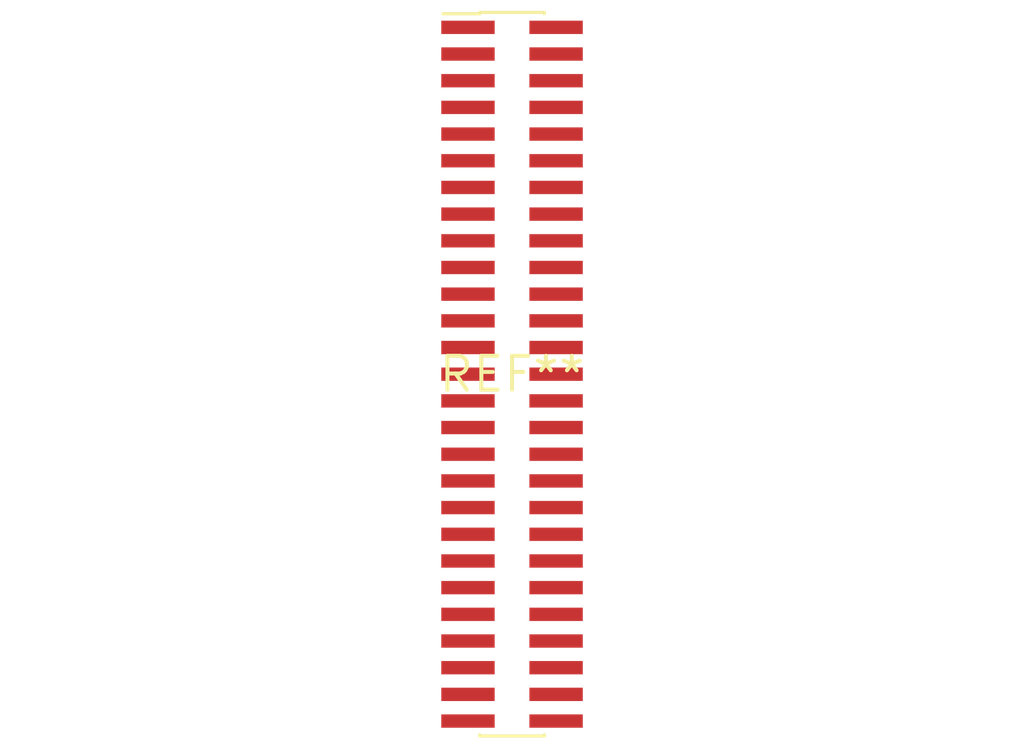
<source format=kicad_pcb>
(kicad_pcb (version 20240108) (generator pcbnew)
  (layers (0 "F.Cu" signal) (31 "B.Cu" signal) (34 "B.Paste" user) (35 "F.Paste" user) (36 "B.SilkS" user "B.Silkscreen") (37 "F.SilkS" user "F.Silkscreen") (38 "B.Mask" user) (39 "F.Mask" user) (44 "Edge.Cuts" user))
  (net 0 "")
  (footprint "PinHeader_2x27_P1.00mm_Vertical_SMD" (layer "F.Cu") (at 0 0)
    (property "Reference" "REF**")
    (property "Value" "PinHeader_2x27_P1.00mm_Vertical_SMD")
    (fp_line (start -2.59 -13.51) (end -1.21 -13.51) (layer "F.SilkS") (stroke (width 0.12)))
    (fp_line (start -1.21 -13.56) (end -1.21 -13.51) (layer "F.SilkS") (stroke (width 0.12)))
    (fp_line (start -1.21 -13.56) (end 1.21 -13.56) (layer "F.SilkS") (stroke (width 0.12)))
    (fp_line (start -1.21 13.51) (end -1.21 13.56) (layer "F.SilkS") (stroke (width 0.12)))
    (fp_line (start -1.21 13.56) (end 1.21 13.56) (layer "F.SilkS") (stroke (width 0.12)))
    (fp_line (start 1.21 -13.56) (end 1.21 -13.51) (layer "F.SilkS") (stroke (width 0.12)))
    (fp_line (start 1.21 13.51) (end 1.21 13.56) (layer "F.SilkS") (stroke (width 0.12)))
    (pad "1" smd rect (at -1.65 -13) (size 2 0.5) (layers "F.Cu" "F.Paste" "F.Mask"))
    (pad "2" smd rect (at 1.65 -13) (size 2 0.5) (layers "F.Cu" "F.Paste" "F.Mask"))
    (pad "3" smd rect (at -1.65 -12) (size 2 0.5) (layers "F.Cu" "F.Paste" "F.Mask"))
    (pad "4" smd rect (at 1.65 -12) (size 2 0.5) (layers "F.Cu" "F.Paste" "F.Mask"))
    (pad "5" smd rect (at -1.65 -11) (size 2 0.5) (layers "F.Cu" "F.Paste" "F.Mask"))
    (pad "6" smd rect (at 1.65 -11) (size 2 0.5) (layers "F.Cu" "F.Paste" "F.Mask"))
    (pad "7" smd rect (at -1.65 -10) (size 2 0.5) (layers "F.Cu" "F.Paste" "F.Mask"))
    (pad "8" smd rect (at 1.65 -10) (size 2 0.5) (layers "F.Cu" "F.Paste" "F.Mask"))
    (pad "9" smd rect (at -1.65 -9) (size 2 0.5) (layers "F.Cu" "F.Paste" "F.Mask"))
    (pad "10" smd rect (at 1.65 -9) (size 2 0.5) (layers "F.Cu" "F.Paste" "F.Mask"))
    (pad "11" smd rect (at -1.65 -8) (size 2 0.5) (layers "F.Cu" "F.Paste" "F.Mask"))
    (pad "12" smd rect (at 1.65 -8) (size 2 0.5) (layers "F.Cu" "F.Paste" "F.Mask"))
    (pad "13" smd rect (at -1.65 -7) (size 2 0.5) (layers "F.Cu" "F.Paste" "F.Mask"))
    (pad "14" smd rect (at 1.65 -7) (size 2 0.5) (layers "F.Cu" "F.Paste" "F.Mask"))
    (pad "15" smd rect (at -1.65 -6) (size 2 0.5) (layers "F.Cu" "F.Paste" "F.Mask"))
    (pad "16" smd rect (at 1.65 -6) (size 2 0.5) (layers "F.Cu" "F.Paste" "F.Mask"))
    (pad "17" smd rect (at -1.65 -5) (size 2 0.5) (layers "F.Cu" "F.Paste" "F.Mask"))
    (pad "18" smd rect (at 1.65 -5) (size 2 0.5) (layers "F.Cu" "F.Paste" "F.Mask"))
    (pad "19" smd rect (at -1.65 -4) (size 2 0.5) (layers "F.Cu" "F.Paste" "F.Mask"))
    (pad "20" smd rect (at 1.65 -4) (size 2 0.5) (layers "F.Cu" "F.Paste" "F.Mask"))
    (pad "21" smd rect (at -1.65 -3) (size 2 0.5) (layers "F.Cu" "F.Paste" "F.Mask"))
    (pad "22" smd rect (at 1.65 -3) (size 2 0.5) (layers "F.Cu" "F.Paste" "F.Mask"))
    (pad "23" smd rect (at -1.65 -2) (size 2 0.5) (layers "F.Cu" "F.Paste" "F.Mask"))
    (pad "24" smd rect (at 1.65 -2) (size 2 0.5) (layers "F.Cu" "F.Paste" "F.Mask"))
    (pad "25" smd rect (at -1.65 -1) (size 2 0.5) (layers "F.Cu" "F.Paste" "F.Mask"))
    (pad "26" smd rect (at 1.65 -1) (size 2 0.5) (layers "F.Cu" "F.Paste" "F.Mask"))
    (pad "27" smd rect (at -1.65 0) (size 2 0.5) (layers "F.Cu" "F.Paste" "F.Mask"))
    (pad "28" smd rect (at 1.65 0) (size 2 0.5) (layers "F.Cu" "F.Paste" "F.Mask"))
    (pad "29" smd rect (at -1.65 1) (size 2 0.5) (layers "F.Cu" "F.Paste" "F.Mask"))
    (pad "30" smd rect (at 1.65 1) (size 2 0.5) (layers "F.Cu" "F.Paste" "F.Mask"))
    (pad "31" smd rect (at -1.65 2) (size 2 0.5) (layers "F.Cu" "F.Paste" "F.Mask"))
    (pad "32" smd rect (at 1.65 2) (size 2 0.5) (layers "F.Cu" "F.Paste" "F.Mask"))
    (pad "33" smd rect (at -1.65 3) (size 2 0.5) (layers "F.Cu" "F.Paste" "F.Mask"))
    (pad "34" smd rect (at 1.65 3) (size 2 0.5) (layers "F.Cu" "F.Paste" "F.Mask"))
    (pad "35" smd rect (at -1.65 4) (size 2 0.5) (layers "F.Cu" "F.Paste" "F.Mask"))
    (pad "36" smd rect (at 1.65 4) (size 2 0.5) (layers "F.Cu" "F.Paste" "F.Mask"))
    (pad "37" smd rect (at -1.65 5) (size 2 0.5) (layers "F.Cu" "F.Paste" "F.Mask"))
    (pad "38" smd rect (at 1.65 5) (size 2 0.5) (layers "F.Cu" "F.Paste" "F.Mask"))
    (pad "39" smd rect (at -1.65 6) (size 2 0.5) (layers "F.Cu" "F.Paste" "F.Mask"))
    (pad "40" smd rect (at 1.65 6) (size 2 0.5) (layers "F.Cu" "F.Paste" "F.Mask"))
    (pad "41" smd rect (at -1.65 7) (size 2 0.5) (layers "F.Cu" "F.Paste" "F.Mask"))
    (pad "42" smd rect (at 1.65 7) (size 2 0.5) (layers "F.Cu" "F.Paste" "F.Mask"))
    (pad "43" smd rect (at -1.65 8) (size 2 0.5) (layers "F.Cu" "F.Paste" "F.Mask"))
    (pad "44" smd rect (at 1.65 8) (size 2 0.5) (layers "F.Cu" "F.Paste" "F.Mask"))
    (pad "45" smd rect (at -1.65 9) (size 2 0.5) (layers "F.Cu" "F.Paste" "F.Mask"))
    (pad "46" smd rect (at 1.65 9) (size 2 0.5) (layers "F.Cu" "F.Paste" "F.Mask"))
    (pad "47" smd rect (at -1.65 10) (size 2 0.5) (layers "F.Cu" "F.Paste" "F.Mask"))
    (pad "48" smd rect (at 1.65 10) (size 2 0.5) (layers "F.Cu" "F.Paste" "F.Mask"))
    (pad "49" smd rect (at -1.65 11) (size 2 0.5) (layers "F.Cu" "F.Paste" "F.Mask"))
    (pad "50" smd rect (at 1.65 11) (size 2 0.5) (layers "F.Cu" "F.Paste" "F.Mask"))
    (pad "51" smd rect (at -1.65 12) (size 2 0.5) (layers "F.Cu" "F.Paste" "F.Mask"))
    (pad "52" smd rect (at 1.65 12) (size 2 0.5) (layers "F.Cu" "F.Paste" "F.Mask"))
    (pad "53" smd rect (at -1.65 13) (size 2 0.5) (layers "F.Cu" "F.Paste" "F.Mask"))
    (pad "54" smd rect (at 1.65 13) (size 2 0.5) (layers "F.Cu" "F.Paste" "F.Mask"))
  )
)
</source>
